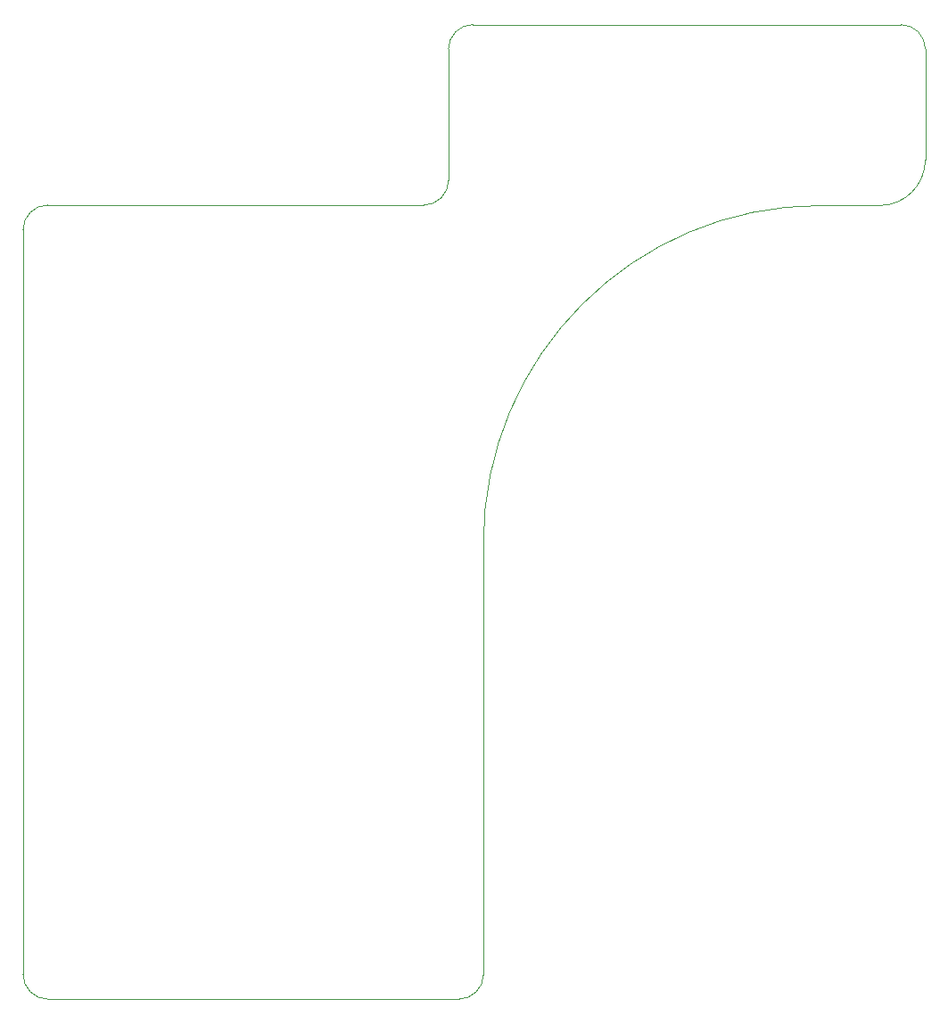
<source format=gbr>
%TF.GenerationSoftware,KiCad,Pcbnew,8.0.5*%
%TF.CreationDate,2024-10-27T18:20:28+00:00*%
%TF.ProjectId,Oric-PS2USB,4f726963-2d50-4533-9255-53422e6b6963,rev?*%
%TF.SameCoordinates,Original*%
%TF.FileFunction,Profile,NP*%
%FSLAX46Y46*%
G04 Gerber Fmt 4.6, Leading zero omitted, Abs format (unit mm)*
G04 Created by KiCad (PCBNEW 8.0.5) date 2024-10-27 18:20:28*
%MOMM*%
%LPD*%
G01*
G04 APERTURE LIST*
%TA.AperFunction,Profile*%
%ADD10C,0.100000*%
%TD*%
G04 APERTURE END LIST*
D10*
X109630356Y-22180000D02*
X69020000Y-22180000D01*
X66690000Y-24510000D02*
X66690000Y-36982441D01*
X66690000Y-24510000D02*
G75*
G02*
X69020000Y-22180000I2330000J0D01*
G01*
X70010000Y-111370000D02*
X70012441Y-112352441D01*
X70010000Y-71360000D02*
G75*
G02*
X102010000Y-39360000I32000000J0D01*
G01*
X28637559Y-114682441D02*
G75*
G02*
X26307559Y-112352441I1J2330001D01*
G01*
X111960356Y-35009644D02*
X111960356Y-24510000D01*
X109630356Y-22180000D02*
G75*
G02*
X111960400Y-24510000I44J-2330000D01*
G01*
X70010000Y-71360000D02*
X70010000Y-111370000D01*
X70012441Y-112352441D02*
G75*
G02*
X67682441Y-114682441I-2330001J1D01*
G01*
X26307559Y-41647559D02*
G75*
G02*
X28637559Y-39317559I2330001J-1D01*
G01*
X28637559Y-114682441D02*
X67682441Y-114682441D01*
X111960356Y-35009644D02*
G75*
G02*
X107610000Y-39359996I-4350356J4D01*
G01*
X26307559Y-41647559D02*
X26307559Y-112352441D01*
X66690000Y-36982441D02*
G75*
G02*
X64360000Y-39312440I-2330000J1D01*
G01*
X64360000Y-39312441D02*
X28637559Y-39317559D01*
X102010000Y-39360000D02*
X107610000Y-39360000D01*
M02*

</source>
